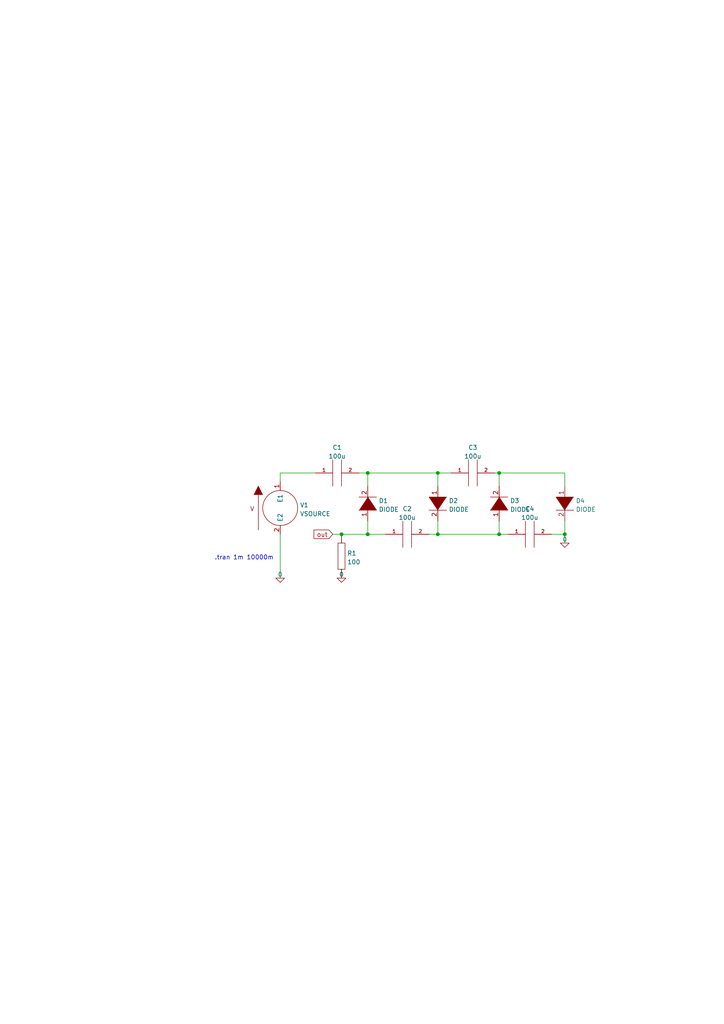
<source format=kicad_sch>
(kicad_sch (version 20211123) (generator eeschema)
  (paper "A4" portrait)
  (lib_symbols
    (symbol "pspice:0" (power) (pin_names (offset 0))
      (property "Value" "0" (at 0 -1.778 0))
      (symbol "0_0_1"
        (polyline (pts (xy -1.27 0) (xy 0 -1.27) (xy 1.27 0) (xy -1.27 0)))
      )
      (symbol "0_1_1"
        (pin power_in line (at 0 0 0) (length 0) hide (name "0") (number "1"))
      )
    )
    (symbol "pspice:C" (pin_names (offset 0.254))
      (property "Reference" "C" (at 2.54 3.81 90))
      (property "Value" "C" (at 2.54 -3.81 90))
      (symbol "C_0_1"
        (polyline (pts (xy -3.81 -1.27) (xy 3.81 -1.27)))
        (polyline (pts (xy -3.81 1.27) (xy 3.81 1.27)))
      )
      (symbol "C_1_1"
        (pin passive line (at 0 6.35 270) (length 5.08) (name "~") (number "1"))
        (pin passive line (at 0 -6.35 90) (length 5.08) (name "~") (number "2"))
      )
    )
    (symbol "pspice:DIODE" (pin_names (offset 1.016) hide)
      (property "Reference" "D" (at 0 3.81 0))
      (property "Value" "DIODE" (at 0 -4.445 0))
      (symbol "DIODE_0_1"
        (polyline (pts (xy 1.905 2.54) (xy 1.905 -2.54)))
        (polyline (pts (xy -1.905 2.54) (xy -1.905 -2.54) (xy 1.905 0)) (fill (type outline)))
      )
      (symbol "DIODE_1_1"
        (pin input line (at -5.08 0 0) (length 3.81) (name "K") (number "1"))
        (pin input line (at 5.08 0 180) (length 3.81) (name "A") (number "2"))
      )
    )
    (symbol "pspice:R" (pin_numbers hide) (pin_names (offset 0))
      (property "Reference" "R" (at 2.032 0 90))
      (property "Value" "R" (at 0 0 90))
      (symbol "R_0_1"
        (rectangle (start -1.016 3.81) (end 1.016 -3.81))
      )
      (symbol "R_1_1"
        (pin passive line (at 0 6.35 270) (length 2.54) (name "~") (number "1"))
        (pin passive line (at 0 -6.35 90) (length 2.54) (name "~") (number "2"))
      )
    )
    (symbol "pspice:VSOURCE" (pin_names (offset 1.016))
      (property "Reference" "V" (at -6.35 7.62 0))
      (property "Value" "VSOURCE" (at 0 0 0))
      (symbol "VSOURCE_0_1"
        (polyline (pts (xy -6.35 -6.35) (xy -6.35 3.81)) (fill (type outline)))
        (polyline (pts (xy -7.62 3.81) (xy -6.35 6.35) (xy -5.08 3.81)) (fill (type outline)))
        (circle (center 0 0) (radius 5.08))
        (text "V" (at -8.128 -0.254 0) (effects (font (size 1.27 1.27))))
      )
      (symbol "VSOURCE_1_1"
        (pin input line (at 0 7.62 270) (length 2.54) (name "E1") (number "1"))
        (pin input line (at 0 -7.62 90) (length 2.54) (name "E2") (number "2"))
      )
    )
  )
  (junction (at 106.68 154.94))
  (junction (at 144.78 154.94))
  (junction (at 144.78 137.16))
  (junction (at 99.06 154.94))
  (junction (at 106.68 137.16))
  (junction (at 127 154.94))
  (junction (at 127 137.16))
  (junction (at 163.83 154.94))
  (wire (pts (xy 106.68 151.13) (xy 106.68 154.94)))
  (wire (pts (xy 160.02 154.94) (xy 163.83 154.94)))
  (wire (pts (xy 163.83 154.94) (xy 163.83 157.48)))
  (wire (pts (xy 163.83 154.94) (xy 163.83 151.13)))
  (wire (pts (xy 91.44 137.16) (xy 81.28 137.16)))
  (wire (pts (xy 144.78 151.13) (xy 144.78 154.94)))
  (wire (pts (xy 127 154.94) (xy 144.78 154.94)))
  (wire (pts (xy 127 137.16) (xy 130.81 137.16)))
  (wire (pts (xy 104.14 137.16) (xy 106.68 137.16)))
  (wire (pts (xy 144.78 137.16) (xy 144.78 140.97)))
  (wire (pts (xy 81.28 137.16) (xy 81.28 139.7)))
  (wire (pts (xy 124.46 154.94) (xy 127 154.94)))
  (wire (pts (xy 99.06 154.94) (xy 96.52 154.94)))
  (wire (pts (xy 143.51 137.16) (xy 144.78 137.16)))
  (wire (pts (xy 106.68 137.16) (xy 127 137.16)))
  (wire (pts (xy 144.78 154.94) (xy 147.32 154.94)))
  (wire (pts (xy 81.28 154.94) (xy 81.28 167.64)))
  (wire (pts (xy 127 154.94) (xy 127 151.13)))
  (wire (pts (xy 144.78 137.16) (xy 163.83 137.16)))
  (wire (pts (xy 106.68 154.94) (xy 111.76 154.94)))
  (wire (pts (xy 106.68 137.16) (xy 106.68 140.97)))
  (wire (pts (xy 163.83 140.97) (xy 163.83 137.16)))
  (wire (pts (xy 127 137.16) (xy 127 140.97)))
  (wire (pts (xy 106.68 154.94) (xy 99.06 154.94)))
  (text ".tran 1m 10000m" (at 62.23 162.56 0) (effects (font (size 1.27 1.27)) (justify left bottom)))
  (global_label "out" (shape input) (at 96.52 154.94 180) (property "Обозначения листов" "${INTERSHEET_REFS}" (effects hide)))
  (symbol (lib_id "pspice:DIODE") (at 127 146.05 270) (unit 1)
    (property "Reference" "D2" (at 130.175 145.2153 90) (effects (justify left)))
    (property "Value" "DIODE" (at 130.175 147.7522 90) (effects (justify left)))
    (property "Spice_Primitive" "D" (effects hide))
    (property "Spice_Model" "D1N752" (effects hide))
    (property "Spice_Netlist_Enabled" "Y" (effects hide))
    (property "Spice_Lib_File" "/home/debian/embedded/electronic/KiCad-Spice-Library/Models/Diode/diode.lib" (effects hide))
  )
  (symbol (lib_id "pspice:C") (at 137.16 137.16 90) (unit 1)
    (property "Reference" "C3" (at 137.16 129.7772 90))
    (property "Value" "100u" (at 137.16 132.3141 90))
  )
  (symbol (lib_id "pspice:DIODE") (at 144.78 146.05 90) (unit 1)
    (property "Reference" "D3" (at 147.955 145.2153 90) (effects (justify right)))
    (property "Value" "DIODE" (at 147.955 147.7522 90) (effects (justify right)))
    (property "Spice_Primitive" "D" (effects hide))
    (property "Spice_Model" "D1N752" (effects hide))
    (property "Spice_Netlist_Enabled" "Y" (effects hide))
    (property "Spice_Lib_File" "/home/debian/embedded/electronic/KiCad-Spice-Library/Models/Diode/diode.lib" (effects hide))
  )
  (symbol (lib_id "pspice:C") (at 153.67 154.94 90) (unit 1)
    (property "Reference" "C4" (at 153.67 147.5572 90))
    (property "Value" "100u" (at 153.67 150.0941 90))
  )
  (symbol (lib_id "pspice:VSOURCE") (at 81.28 147.32 0) (unit 1)
    (property "Reference" "V1" (at 86.995 146.4853 0) (effects (justify left)))
    (property "Value" "VSOURCE" (at 86.995 149.0222 0) (effects (justify left)))
    (property "Spice_Primitive" "V" (effects hide))
    (property "Spice_Model" "pulse(0 5 50u 1u 1u 50u 100u)" (effects hide))
    (property "Spice_Netlist_Enabled" "Y" (effects hide))
  )
  (symbol (lib_id "pspice:C") (at 118.11 154.94 90) (unit 1)
    (property "Reference" "C2" (at 118.11 147.5572 90))
    (property "Value" "100u" (at 118.11 150.0941 90))
  )
  (symbol (lib_id "pspice:DIODE") (at 106.68 146.05 90) (unit 1)
    (property "Reference" "D1" (at 109.855 145.2153 90) (effects (justify right)))
    (property "Value" "DIODE" (at 109.855 147.7522 90) (effects (justify right)))
    (property "Spice_Primitive" "D" (effects hide))
    (property "Spice_Model" "D1N752" (effects hide))
    (property "Spice_Netlist_Enabled" "Y" (effects hide))
    (property "Spice_Lib_File" "/home/debian/embedded/electronic/KiCad-Spice-Library/Models/Diode/diode.lib" (effects hide))
  )
  (symbol (lib_id "pspice:0") (at 99.06 167.64 0) (unit 1)
    (property "Reference" "#GND02" (effects hide))
    (property "Value" "0" (at 99.06 166.6042 0))
  )
  (symbol (lib_id "pspice:DIODE") (at 163.83 146.05 270) (unit 1)
    (property "Reference" "D4" (at 167.005 145.2153 90) (effects (justify left)))
    (property "Value" "DIODE" (at 167.005 147.7522 90) (effects (justify left)))
    (property "Spice_Primitive" "D" (effects hide))
    (property "Spice_Model" "D1N752" (effects hide))
    (property "Spice_Netlist_Enabled" "Y" (effects hide))
    (property "Spice_Lib_File" "/home/debian/embedded/electronic/KiCad-Spice-Library/Models/Diode/diode.lib" (effects hide))
  )
  (symbol (lib_id "pspice:0") (at 81.28 167.64 0) (unit 1)
    (property "Reference" "#GND01" (effects hide))
    (property "Value" "0" (at 81.28 166.6042 0))
  )
  (symbol (lib_id "pspice:R") (at 99.06 161.29 0) (unit 1)
    (property "Reference" "R1" (at 100.711 160.4553 0) (effects (justify left)))
    (property "Value" "100" (at 100.711 162.9922 0) (effects (justify left)))
  )
  (symbol (lib_id "pspice:0") (at 163.83 157.48 0) (unit 1)
    (property "Reference" "#GND03" (effects hide))
    (property "Value" "0" (at 163.83 156.4442 0))
  )
  (symbol (lib_id "pspice:C") (at 97.79 137.16 90) (unit 1)
    (property "Reference" "C1" (at 97.79 129.7772 90))
    (property "Value" "100u" (at 97.79 132.3141 90))
  )
)
</source>
